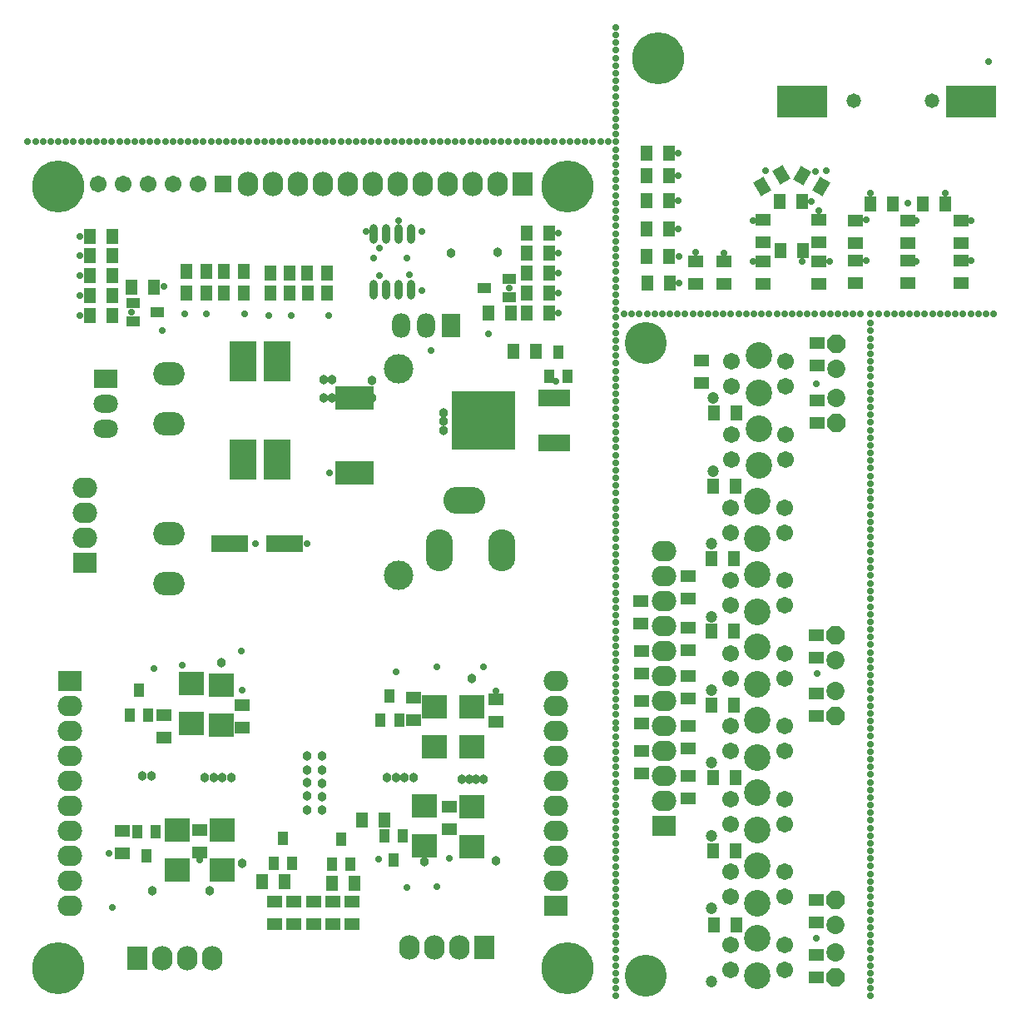
<source format=gbs>
G04*
G04 #@! TF.GenerationSoftware,Altium Limited,Altium Designer,18.1.6 (161)*
G04*
G04 Layer_Color=16711935*
%FSTAX24Y24*%
%MOIN*%
G70*
G01*
G75*
%ADD40R,0.0630X0.0474*%
%ADD41R,0.1458X0.0710*%
%ADD44R,0.0474X0.0630*%
%ADD49R,0.0552X0.0415*%
%ADD50P,0.0790X8X292.5*%
%ADD51C,0.0730*%
%ADD52C,0.0671*%
%ADD53C,0.0474*%
%ADD54C,0.1064*%
%ADD55O,0.0980X0.0830*%
%ADD56R,0.0980X0.0830*%
%ADD57O,0.1080X0.1680*%
%ADD58O,0.1680X0.1080*%
%ADD59C,0.1180*%
%ADD60R,0.0730X0.0980*%
%ADD61O,0.0730X0.0980*%
%ADD62R,0.0671X0.0671*%
%ADD63O,0.0830X0.0980*%
%ADD64R,0.0830X0.0980*%
%ADD65O,0.1261X0.0946*%
%ADD66R,0.0980X0.0730*%
%ADD67O,0.0980X0.0730*%
%ADD68C,0.0280*%
%ADD69C,0.2080*%
%ADD70C,0.0580*%
%ADD71C,0.1680*%
%ADD72C,0.0380*%
%ADD108R,0.2049X0.1261*%
G04:AMPARAMS|DCode=109|XSize=47.4mil|YSize=63mil|CornerRadius=0mil|HoleSize=0mil|Usage=FLASHONLY|Rotation=330.000|XOffset=0mil|YOffset=0mil|HoleType=Round|Shape=Rectangle|*
%AMROTATEDRECTD109*
4,1,4,-0.0363,-0.0154,-0.0048,0.0391,0.0363,0.0154,0.0048,-0.0391,-0.0363,-0.0154,0.0*
%
%ADD109ROTATEDRECTD109*%

G04:AMPARAMS|DCode=110|XSize=47.4mil|YSize=63mil|CornerRadius=0mil|HoleSize=0mil|Usage=FLASHONLY|Rotation=210.000|XOffset=0mil|YOffset=0mil|HoleType=Round|Shape=Rectangle|*
%AMROTATEDRECTD110*
4,1,4,0.0048,0.0391,0.0363,-0.0154,-0.0048,-0.0391,-0.0363,0.0154,0.0048,0.0391,0.0*
%
%ADD110ROTATEDRECTD110*%

%ADD111R,0.1064X0.1596*%
%ADD112O,0.0316X0.0789*%
%ADD113R,0.0415X0.0552*%
%ADD114R,0.0513X0.0630*%
%ADD115R,0.1580X0.0946*%
%ADD116R,0.2521X0.2363*%
%ADD117R,0.1261X0.0710*%
%ADD118R,0.0986X0.0980*%
D40*
X122445Y067841D02*
D03*
Y066941D02*
D03*
Y066238D02*
D03*
Y065338D02*
D03*
X120295Y067841D02*
D03*
Y066941D02*
D03*
Y066238D02*
D03*
Y065338D02*
D03*
X118195Y06786D02*
D03*
Y06696D02*
D03*
Y066238D02*
D03*
Y065338D02*
D03*
X116745Y066228D02*
D03*
Y065328D02*
D03*
Y067865D02*
D03*
Y066965D02*
D03*
X114507Y067865D02*
D03*
Y066965D02*
D03*
X1145Y066228D02*
D03*
Y065328D02*
D03*
X11295Y066228D02*
D03*
Y065328D02*
D03*
X1118Y066228D02*
D03*
Y065328D02*
D03*
X10965Y0506D02*
D03*
Y0497D02*
D03*
X11665Y048D02*
D03*
Y0489D02*
D03*
X1115Y0536D02*
D03*
Y0527D02*
D03*
X1096Y0526D02*
D03*
Y0517D02*
D03*
X1115Y05155D02*
D03*
Y05065D02*
D03*
Y0496D02*
D03*
Y0487D02*
D03*
X10965Y0486D02*
D03*
Y0477D02*
D03*
X1115Y0476D02*
D03*
Y0467D02*
D03*
X10965Y0466D02*
D03*
Y0457D02*
D03*
X1115Y0456D02*
D03*
Y0447D02*
D03*
X116683Y059748D02*
D03*
Y060648D02*
D03*
X11665Y03755D02*
D03*
Y03845D02*
D03*
Y04065D02*
D03*
Y03975D02*
D03*
X112033Y062248D02*
D03*
Y061348D02*
D03*
X116683Y062948D02*
D03*
Y062048D02*
D03*
X11665Y05125D02*
D03*
Y05035D02*
D03*
X1038Y047775D02*
D03*
Y048675D02*
D03*
X1005Y04875D02*
D03*
Y04785D02*
D03*
X10195Y044375D02*
D03*
Y043475D02*
D03*
X09195Y04345D02*
D03*
Y04255D02*
D03*
X08885Y043425D02*
D03*
Y042525D02*
D03*
X0905Y04715D02*
D03*
Y04805D02*
D03*
X09365Y04755D02*
D03*
Y04845D02*
D03*
X09804Y039673D02*
D03*
Y040573D02*
D03*
X097265Y039673D02*
D03*
Y040573D02*
D03*
X09649Y039673D02*
D03*
Y040573D02*
D03*
X095715Y039673D02*
D03*
Y040573D02*
D03*
X09494Y039673D02*
D03*
Y040573D02*
D03*
D41*
X09535Y0549D02*
D03*
X093145D02*
D03*
D44*
X1218Y068499D02*
D03*
X1209D02*
D03*
X118799Y0685D02*
D03*
X119699D02*
D03*
X1161Y066657D02*
D03*
X1152D02*
D03*
X116083Y0686D02*
D03*
X115183D02*
D03*
X11075Y07055D02*
D03*
X10985D02*
D03*
X110771Y06535D02*
D03*
X109871D02*
D03*
X11075Y0664D02*
D03*
X10985D02*
D03*
X110722Y0675D02*
D03*
X109822D02*
D03*
X110722Y068649D02*
D03*
X109822D02*
D03*
X110722Y06965D02*
D03*
X109822D02*
D03*
X113433Y060148D02*
D03*
X112533D02*
D03*
X1134Y0572D02*
D03*
X1125D02*
D03*
X11335Y0543D02*
D03*
X11245D02*
D03*
X113352Y0514D02*
D03*
X112452D02*
D03*
X11335Y04845D02*
D03*
X11245D02*
D03*
X1134Y04555D02*
D03*
X1125D02*
D03*
X1134Y0426D02*
D03*
X1125D02*
D03*
X11345Y03965D02*
D03*
X11255D02*
D03*
X09935Y043849D02*
D03*
X09845D02*
D03*
X1054Y0626D02*
D03*
X1045D02*
D03*
X1035Y06415D02*
D03*
X1044D02*
D03*
X0901Y065175D02*
D03*
X0892D02*
D03*
X09815Y041323D02*
D03*
X09725D02*
D03*
X09535Y041373D02*
D03*
X09445D02*
D03*
X087525Y0672D02*
D03*
X088425D02*
D03*
X087525Y06645D02*
D03*
X088425D02*
D03*
X087525Y06565D02*
D03*
X088425D02*
D03*
X087525Y06485D02*
D03*
X088425D02*
D03*
X087525Y06405D02*
D03*
X088425D02*
D03*
X10595Y06495D02*
D03*
X10505D02*
D03*
X10595Y06575D02*
D03*
X10505D02*
D03*
X10595Y06735D02*
D03*
X10505D02*
D03*
X10595Y06415D02*
D03*
X10505D02*
D03*
X10595Y06655D02*
D03*
X10505D02*
D03*
D49*
X089258Y063801D02*
D03*
X08926Y064545D02*
D03*
X090242Y064175D02*
D03*
X104334Y065524D02*
D03*
X104332Y06478D02*
D03*
X10335Y06515D02*
D03*
D50*
X1174Y051248D02*
D03*
X117413Y048009D02*
D03*
X117445Y059748D02*
D03*
X117433Y062898D02*
D03*
X1174Y03755D02*
D03*
Y04065D02*
D03*
D51*
Y050248D02*
D03*
X117413Y049009D02*
D03*
X117445Y060748D02*
D03*
X117433Y061898D02*
D03*
X1174Y03855D02*
D03*
Y03965D02*
D03*
D52*
X1132Y044689D02*
D03*
Y043689D02*
D03*
X115365Y044689D02*
D03*
Y043689D02*
D03*
X1132Y04177D02*
D03*
Y04077D02*
D03*
X115365Y04177D02*
D03*
Y04077D02*
D03*
X1132Y038852D02*
D03*
Y037852D02*
D03*
X115365Y038852D02*
D03*
Y037852D02*
D03*
X1132Y053444D02*
D03*
Y052444D02*
D03*
X115365Y053444D02*
D03*
Y052444D02*
D03*
X1132Y050526D02*
D03*
Y049526D02*
D03*
X115365Y050526D02*
D03*
Y049526D02*
D03*
X1132Y047607D02*
D03*
Y046607D02*
D03*
X115365Y047607D02*
D03*
Y046607D02*
D03*
X11325Y0622D02*
D03*
Y0612D02*
D03*
X115415Y0622D02*
D03*
Y0612D02*
D03*
X11325Y059281D02*
D03*
Y058281D02*
D03*
X115415Y059281D02*
D03*
Y058281D02*
D03*
X1132Y056363D02*
D03*
Y055363D02*
D03*
X115365Y056363D02*
D03*
Y055363D02*
D03*
X091876Y0693D02*
D03*
X090876D02*
D03*
X089876D02*
D03*
X088876D02*
D03*
X087876D02*
D03*
D53*
X112452Y043224D02*
D03*
Y040306D02*
D03*
Y037387D02*
D03*
Y05198D02*
D03*
Y049061D02*
D03*
Y046143D02*
D03*
X112502Y060735D02*
D03*
Y057817D02*
D03*
X112452Y054898D02*
D03*
D54*
X114283Y043441D02*
D03*
Y044937D02*
D03*
Y040522D02*
D03*
Y042018D02*
D03*
Y037604D02*
D03*
Y0391D02*
D03*
Y052196D02*
D03*
Y053693D02*
D03*
Y049278D02*
D03*
Y050774D02*
D03*
Y046359D02*
D03*
Y047856D02*
D03*
X114333Y060952D02*
D03*
Y062448D02*
D03*
Y058033D02*
D03*
Y05953D02*
D03*
X114283Y055115D02*
D03*
Y056611D02*
D03*
D55*
X11055Y0546D02*
D03*
Y0526D02*
D03*
Y0506D02*
D03*
Y0486D02*
D03*
Y0466D02*
D03*
Y0456D02*
D03*
Y0446D02*
D03*
Y0476D02*
D03*
Y0496D02*
D03*
Y0516D02*
D03*
Y0536D02*
D03*
X1062Y048425D02*
D03*
Y046425D02*
D03*
Y044425D02*
D03*
Y041425D02*
D03*
Y042425D02*
D03*
Y043425D02*
D03*
Y045425D02*
D03*
Y047425D02*
D03*
Y049425D02*
D03*
X08675Y041425D02*
D03*
Y043425D02*
D03*
Y045425D02*
D03*
Y048425D02*
D03*
Y047425D02*
D03*
Y046425D02*
D03*
Y044425D02*
D03*
Y042425D02*
D03*
Y040425D02*
D03*
X08735Y05715D02*
D03*
Y05615D02*
D03*
Y05515D02*
D03*
D56*
X11055Y0436D02*
D03*
X1062Y040425D02*
D03*
X08675Y049425D02*
D03*
X08735Y05415D02*
D03*
D57*
X10155Y05465D02*
D03*
X10405D02*
D03*
D58*
X10255Y05665D02*
D03*
D59*
X0999Y0619D02*
D03*
Y05365D02*
D03*
D60*
X102Y06365D02*
D03*
D61*
X101D02*
D03*
X1D02*
D03*
D62*
X092876Y0693D02*
D03*
D63*
X093875D02*
D03*
X095875D02*
D03*
X097875D02*
D03*
X099875D02*
D03*
X101875D02*
D03*
X102875D02*
D03*
X103875D02*
D03*
X100875D02*
D03*
X098875D02*
D03*
X096875D02*
D03*
X094875D02*
D03*
X10035Y03875D02*
D03*
X10135D02*
D03*
X10235D02*
D03*
X09245Y0383D02*
D03*
X09145D02*
D03*
X09045D02*
D03*
D64*
X104875Y0693D02*
D03*
X10335Y03875D02*
D03*
X08945Y0383D02*
D03*
D65*
X0907Y0597D02*
D03*
Y0617D02*
D03*
Y055297D02*
D03*
Y053297D02*
D03*
D66*
X088163Y0615D02*
D03*
D67*
Y0605D02*
D03*
Y0595D02*
D03*
D68*
X120373Y0641D02*
D03*
X120067D02*
D03*
X119762D02*
D03*
X119456D02*
D03*
X11915D02*
D03*
X123737D02*
D03*
X123431D02*
D03*
X120679D02*
D03*
X120985D02*
D03*
X121291D02*
D03*
X121596D02*
D03*
X121902D02*
D03*
X122208D02*
D03*
X122514D02*
D03*
X12282D02*
D03*
X123125D02*
D03*
X1086Y075277D02*
D03*
Y075583D02*
D03*
Y071301D02*
D03*
Y071607D02*
D03*
Y071913D02*
D03*
Y072219D02*
D03*
Y074971D02*
D03*
Y074665D02*
D03*
Y074359D02*
D03*
Y074054D02*
D03*
Y073748D02*
D03*
Y073442D02*
D03*
Y073136D02*
D03*
Y07283D02*
D03*
Y072525D02*
D03*
X120641Y0662D02*
D03*
X12285Y06625D02*
D03*
Y067841D02*
D03*
X12065Y06785D02*
D03*
X1218Y06895D02*
D03*
X1188D02*
D03*
X11865Y067865D02*
D03*
Y066232D02*
D03*
X11645Y0686D02*
D03*
X1166Y0698D02*
D03*
X1146Y069862D02*
D03*
X116745Y068248D02*
D03*
X117158Y0662D02*
D03*
X116078Y066228D02*
D03*
X114097Y06785D02*
D03*
Y066213D02*
D03*
X112947Y06655D02*
D03*
X1118Y066575D02*
D03*
X1111Y07055D02*
D03*
Y06965D02*
D03*
Y06865D02*
D03*
Y0675D02*
D03*
X11115Y066413D02*
D03*
Y06535D02*
D03*
X11703Y06985D02*
D03*
X1203Y06855D02*
D03*
X12355Y0742D02*
D03*
X118416Y0641D02*
D03*
X118111D02*
D03*
X117805D02*
D03*
X117499D02*
D03*
X117193D02*
D03*
X116887D02*
D03*
X116582D02*
D03*
X116276D02*
D03*
X113218D02*
D03*
X112912D02*
D03*
X112606D02*
D03*
X1123D02*
D03*
X111994D02*
D03*
X111689D02*
D03*
X111383D02*
D03*
X111077D02*
D03*
X110771D02*
D03*
X113524D02*
D03*
X113829D02*
D03*
X114135D02*
D03*
X114441D02*
D03*
X114747D02*
D03*
X115053D02*
D03*
X115358D02*
D03*
X115664D02*
D03*
X11597D02*
D03*
X109242D02*
D03*
X109548D02*
D03*
X109854D02*
D03*
X11016D02*
D03*
X110465D02*
D03*
X108934D02*
D03*
X1188Y054873D02*
D03*
Y055179D02*
D03*
Y055485D02*
D03*
Y055791D02*
D03*
Y056096D02*
D03*
Y056402D02*
D03*
Y056708D02*
D03*
Y057014D02*
D03*
Y05732D02*
D03*
Y054567D02*
D03*
Y054262D02*
D03*
Y053956D02*
D03*
Y05365D02*
D03*
Y060378D02*
D03*
Y060684D02*
D03*
Y060989D02*
D03*
Y061295D02*
D03*
Y061601D02*
D03*
Y061907D02*
D03*
Y062213D02*
D03*
Y062518D02*
D03*
Y062824D02*
D03*
Y060072D02*
D03*
Y059766D02*
D03*
Y05946D02*
D03*
Y059155D02*
D03*
Y058849D02*
D03*
Y058543D02*
D03*
Y058237D02*
D03*
Y057931D02*
D03*
Y057625D02*
D03*
Y0641D02*
D03*
Y063742D02*
D03*
Y063436D02*
D03*
Y06313D02*
D03*
Y038023D02*
D03*
Y038329D02*
D03*
Y038635D02*
D03*
Y038941D02*
D03*
Y039246D02*
D03*
Y039552D02*
D03*
Y039858D02*
D03*
Y040164D02*
D03*
Y04047D02*
D03*
Y037717D02*
D03*
Y037412D02*
D03*
Y037106D02*
D03*
Y0368D02*
D03*
Y043528D02*
D03*
Y043834D02*
D03*
Y044139D02*
D03*
Y044445D02*
D03*
Y044751D02*
D03*
Y045057D02*
D03*
Y045363D02*
D03*
Y045668D02*
D03*
Y045974D02*
D03*
Y043222D02*
D03*
Y042916D02*
D03*
Y04261D02*
D03*
Y042305D02*
D03*
Y041999D02*
D03*
Y041693D02*
D03*
Y041387D02*
D03*
Y041081D02*
D03*
Y040775D02*
D03*
Y049032D02*
D03*
Y049338D02*
D03*
Y049644D02*
D03*
Y04995D02*
D03*
Y050256D02*
D03*
Y050561D02*
D03*
Y050867D02*
D03*
Y051173D02*
D03*
Y051479D02*
D03*
Y048726D02*
D03*
Y048421D02*
D03*
Y048115D02*
D03*
Y047809D02*
D03*
Y047503D02*
D03*
Y047197D02*
D03*
Y046892D02*
D03*
Y046586D02*
D03*
Y04628D02*
D03*
Y053008D02*
D03*
Y052702D02*
D03*
Y052396D02*
D03*
Y05209D02*
D03*
Y051785D02*
D03*
Y053316D02*
D03*
X11665Y039103D02*
D03*
X116659Y0497D02*
D03*
X11665Y0613D02*
D03*
X1086Y03802D02*
D03*
Y038326D02*
D03*
Y038632D02*
D03*
Y038937D02*
D03*
Y039243D02*
D03*
Y039549D02*
D03*
Y039855D02*
D03*
Y040161D02*
D03*
Y040466D02*
D03*
Y037714D02*
D03*
Y037408D02*
D03*
Y037103D02*
D03*
Y036797D02*
D03*
Y043525D02*
D03*
Y04383D02*
D03*
Y044136D02*
D03*
Y044442D02*
D03*
Y044748D02*
D03*
Y045054D02*
D03*
Y045359D02*
D03*
Y045665D02*
D03*
Y045971D02*
D03*
Y043219D02*
D03*
Y042913D02*
D03*
Y042607D02*
D03*
Y042301D02*
D03*
Y041995D02*
D03*
Y04169D02*
D03*
Y041384D02*
D03*
Y041078D02*
D03*
Y040772D02*
D03*
Y0475D02*
D03*
Y047194D02*
D03*
Y046888D02*
D03*
Y046583D02*
D03*
Y046277D02*
D03*
Y047759D02*
D03*
Y048064D02*
D03*
Y04837D02*
D03*
Y048676D02*
D03*
Y048982D02*
D03*
Y049288D02*
D03*
Y049594D02*
D03*
Y049899D02*
D03*
Y050205D02*
D03*
Y052957D02*
D03*
Y052652D02*
D03*
Y052346D02*
D03*
Y05204D02*
D03*
Y051734D02*
D03*
Y051428D02*
D03*
Y051123D02*
D03*
Y050817D02*
D03*
Y050511D02*
D03*
Y056015D02*
D03*
Y056321D02*
D03*
Y056627D02*
D03*
Y056933D02*
D03*
Y057239D02*
D03*
Y057544D02*
D03*
Y05785D02*
D03*
Y058156D02*
D03*
Y058462D02*
D03*
Y05571D02*
D03*
Y055404D02*
D03*
Y055098D02*
D03*
Y054792D02*
D03*
Y054486D02*
D03*
Y054181D02*
D03*
Y053875D02*
D03*
Y053569D02*
D03*
Y053263D02*
D03*
Y06152D02*
D03*
Y061826D02*
D03*
Y062132D02*
D03*
Y062437D02*
D03*
Y062743D02*
D03*
Y063049D02*
D03*
Y063355D02*
D03*
Y063661D02*
D03*
Y063966D02*
D03*
Y061214D02*
D03*
Y060908D02*
D03*
Y060603D02*
D03*
Y060297D02*
D03*
Y059991D02*
D03*
Y059685D02*
D03*
Y059379D02*
D03*
Y059074D02*
D03*
Y058768D02*
D03*
Y067025D02*
D03*
Y06733D02*
D03*
Y067636D02*
D03*
Y067942D02*
D03*
Y068248D02*
D03*
Y068554D02*
D03*
Y068859D02*
D03*
Y069165D02*
D03*
Y069471D02*
D03*
Y066719D02*
D03*
Y066413D02*
D03*
Y066107D02*
D03*
Y065801D02*
D03*
Y065495D02*
D03*
Y06519D02*
D03*
Y064884D02*
D03*
Y064578D02*
D03*
Y064272D02*
D03*
Y071D02*
D03*
Y070694D02*
D03*
Y070388D02*
D03*
Y070083D02*
D03*
Y069777D02*
D03*
X107068Y071D02*
D03*
X107374D02*
D03*
X10768D02*
D03*
X107986D02*
D03*
X108291D02*
D03*
X101564D02*
D03*
X101869D02*
D03*
X102175D02*
D03*
X102481D02*
D03*
X102787D02*
D03*
X103093D02*
D03*
X103398D02*
D03*
X103704D02*
D03*
X10401D02*
D03*
X106762D02*
D03*
X106456D02*
D03*
X106151D02*
D03*
X105845D02*
D03*
X105539D02*
D03*
X105233D02*
D03*
X104927D02*
D03*
X104622D02*
D03*
X104316D02*
D03*
X096059D02*
D03*
X096365D02*
D03*
X096671D02*
D03*
X096976D02*
D03*
X097282D02*
D03*
X097588D02*
D03*
X097894D02*
D03*
X0982D02*
D03*
X098506D02*
D03*
X101258D02*
D03*
X100952D02*
D03*
X100646D02*
D03*
X10034D02*
D03*
X100035D02*
D03*
X099729D02*
D03*
X099423D02*
D03*
X099117D02*
D03*
X098811D02*
D03*
X090555D02*
D03*
X09086D02*
D03*
X091166D02*
D03*
X091472D02*
D03*
X091778D02*
D03*
X092084D02*
D03*
X092389D02*
D03*
X092695D02*
D03*
X093001D02*
D03*
X095753D02*
D03*
X095447D02*
D03*
X095142D02*
D03*
X094836D02*
D03*
X09453D02*
D03*
X094224D02*
D03*
X093918D02*
D03*
X093613D02*
D03*
X093307D02*
D03*
X087802D02*
D03*
X088108D02*
D03*
X088414D02*
D03*
X08872D02*
D03*
X089025D02*
D03*
X089331D02*
D03*
X089637D02*
D03*
X089943D02*
D03*
X090249D02*
D03*
X087496D02*
D03*
X087191D02*
D03*
X086885D02*
D03*
X086579D02*
D03*
X086273D02*
D03*
X085967D02*
D03*
X085662D02*
D03*
X085356D02*
D03*
X08505D02*
D03*
X09625Y0549D02*
D03*
X097126Y057751D02*
D03*
X1012Y06265D02*
D03*
X09045Y06345D02*
D03*
X09915Y06565D02*
D03*
X1039Y06655D02*
D03*
X099148Y066752D02*
D03*
X0999Y06785D02*
D03*
X10035Y065682D02*
D03*
X0989Y06635D02*
D03*
X10025D02*
D03*
X10085Y06505D02*
D03*
Y0674D02*
D03*
X0986D02*
D03*
X1063Y06735D02*
D03*
X1035Y0633D02*
D03*
X1062Y0614D02*
D03*
X0905Y0652D02*
D03*
X0956Y064033D02*
D03*
X0947D02*
D03*
X0892Y064175D02*
D03*
X10025Y04115D02*
D03*
X09125Y05005D02*
D03*
X08845Y04035D02*
D03*
X0883Y0425D02*
D03*
X10435Y06515D02*
D03*
X1063Y06415D02*
D03*
Y06495D02*
D03*
Y06575D02*
D03*
Y06655D02*
D03*
X087125Y06405D02*
D03*
Y06485D02*
D03*
Y06565D02*
D03*
Y06645D02*
D03*
Y0672D02*
D03*
X097094Y06405D02*
D03*
X09375Y0641D02*
D03*
X09135D02*
D03*
X0922D02*
D03*
X094163Y0549D02*
D03*
X10145Y041175D02*
D03*
Y049975D02*
D03*
X1033D02*
D03*
X0991Y042275D02*
D03*
X1038Y042225D02*
D03*
X10095Y042175D02*
D03*
X10195Y042325D02*
D03*
X1038Y049025D02*
D03*
X0998Y049775D02*
D03*
X0936Y050625D02*
D03*
X09195Y04225D02*
D03*
X09365Y04905D02*
D03*
X0901Y049927D02*
D03*
D69*
X1103Y07435D02*
D03*
X08626Y0692D02*
D03*
X10666D02*
D03*
Y0379D02*
D03*
X08626D02*
D03*
D70*
X121275Y072639D02*
D03*
X118126Y072639D02*
D03*
D71*
X1098Y06295D02*
D03*
Y0376D02*
D03*
D72*
X1005Y04555D02*
D03*
X09945D02*
D03*
X09625Y0464D02*
D03*
Y04585D02*
D03*
Y04535D02*
D03*
Y0448D02*
D03*
Y04425D02*
D03*
X09685D02*
D03*
Y044788D02*
D03*
Y045325D02*
D03*
Y045862D02*
D03*
Y0464D02*
D03*
X0932Y04555D02*
D03*
X09215D02*
D03*
X10245Y045475D02*
D03*
X103017D02*
D03*
X1033D02*
D03*
X103875Y066575D02*
D03*
X102Y06655D02*
D03*
X0969Y06075D02*
D03*
X09725D02*
D03*
X09885D02*
D03*
X0969Y061469D02*
D03*
X09885Y061439D02*
D03*
X09725Y061469D02*
D03*
X1017Y06015D02*
D03*
Y0598D02*
D03*
Y05945D02*
D03*
X10015Y04555D02*
D03*
X0998D02*
D03*
X103Y045475D02*
D03*
X102733D02*
D03*
X10285Y049525D02*
D03*
X1038Y042225D02*
D03*
X10095Y042175D02*
D03*
X0928Y05015D02*
D03*
X09235Y041D02*
D03*
X093625Y0421D02*
D03*
X09005Y041D02*
D03*
X08965Y0456D02*
D03*
X09D02*
D03*
X09285Y04555D02*
D03*
X0925D02*
D03*
D108*
X12285Y0726D02*
D03*
X116078D02*
D03*
D109*
X11684Y06921D02*
D03*
X11606Y06966D02*
D03*
D110*
X114467Y069224D02*
D03*
X115247Y069674D02*
D03*
D111*
X093661Y062209D02*
D03*
X095039D02*
D03*
X093661Y058291D02*
D03*
X095039D02*
D03*
D112*
X1004Y065076D02*
D03*
X0999D02*
D03*
X0994D02*
D03*
X0989D02*
D03*
X1004Y0673D02*
D03*
X0999D02*
D03*
X0994D02*
D03*
X0989D02*
D03*
D113*
X0997Y042233D02*
D03*
X10007Y043215D02*
D03*
X099326Y043217D02*
D03*
X0895Y049042D02*
D03*
X08913Y04806D02*
D03*
X089874Y048058D02*
D03*
X097974Y042081D02*
D03*
X09723Y042083D02*
D03*
X0976Y043065D02*
D03*
X09565Y042123D02*
D03*
X094906Y042125D02*
D03*
X095276Y043107D02*
D03*
X1063Y062592D02*
D03*
X10593Y06161D02*
D03*
X106674Y061608D02*
D03*
X099924Y047833D02*
D03*
X09918Y047835D02*
D03*
X09955Y048817D02*
D03*
X089426Y043392D02*
D03*
X09017Y04339D02*
D03*
X0898Y042408D02*
D03*
D114*
X094756Y06574D02*
D03*
X095544D02*
D03*
X094763Y06495D02*
D03*
X09555D02*
D03*
X09625Y06575D02*
D03*
X097037D02*
D03*
X096256Y06494D02*
D03*
X097044D02*
D03*
X091413Y0658D02*
D03*
X0922D02*
D03*
X091413Y06495D02*
D03*
X0922D02*
D03*
X092906Y0658D02*
D03*
X093694D02*
D03*
X092906Y06495D02*
D03*
X093694D02*
D03*
D115*
X09815Y05775D02*
D03*
Y06075D02*
D03*
D116*
X1033Y05985D02*
D03*
D117*
X106127Y05895D02*
D03*
Y06075D02*
D03*
D118*
X10285Y044375D02*
D03*
Y042775D02*
D03*
Y046775D02*
D03*
Y048375D02*
D03*
X10095Y042825D02*
D03*
Y044425D02*
D03*
X10135Y048375D02*
D03*
Y046775D02*
D03*
X09105Y04185D02*
D03*
Y04345D02*
D03*
X09285D02*
D03*
Y04185D02*
D03*
X0916Y0493D02*
D03*
Y0477D02*
D03*
X0928Y04765D02*
D03*
Y04925D02*
D03*
M02*

</source>
